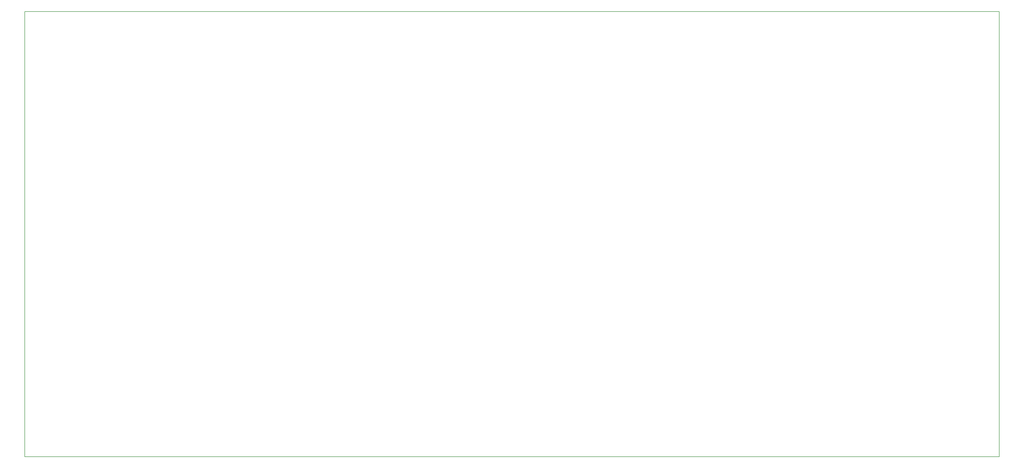
<source format=gbr>
%TF.GenerationSoftware,KiCad,Pcbnew,9.0.1*%
%TF.CreationDate,2025-12-19T01:31:41-08:00*%
%TF.ProjectId,ControlBoard,436f6e74-726f-46c4-926f-6172642e6b69,rev?*%
%TF.SameCoordinates,Original*%
%TF.FileFunction,Profile,NP*%
%FSLAX46Y46*%
G04 Gerber Fmt 4.6, Leading zero omitted, Abs format (unit mm)*
G04 Created by KiCad (PCBNEW 9.0.1) date 2025-12-19 01:31:41*
%MOMM*%
%LPD*%
G01*
G04 APERTURE LIST*
%TA.AperFunction,Profile*%
%ADD10C,0.200000*%
%TD*%
G04 APERTURE END LIST*
D10*
X25000000Y-5000000D02*
X375000000Y-5000000D01*
X375000000Y-165000000D01*
X25000000Y-165000000D01*
X25000000Y-5000000D01*
M02*

</source>
